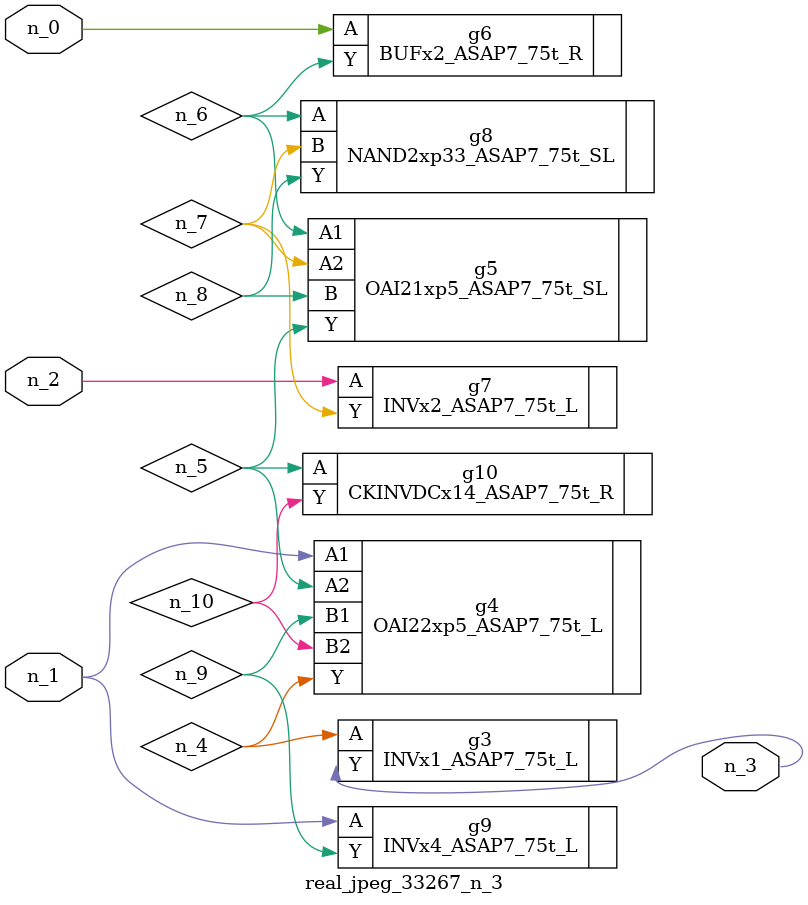
<source format=v>
module real_jpeg_33267_n_3 (n_1, n_0, n_2, n_3);

input n_1;
input n_0;
input n_2;

output n_3;

wire n_5;
wire n_4;
wire n_8;
wire n_6;
wire n_7;
wire n_10;
wire n_9;

BUFx2_ASAP7_75t_R g6 ( 
.A(n_0),
.Y(n_6)
);

OAI22xp5_ASAP7_75t_L g4 ( 
.A1(n_1),
.A2(n_5),
.B1(n_9),
.B2(n_10),
.Y(n_4)
);

INVx4_ASAP7_75t_L g9 ( 
.A(n_1),
.Y(n_9)
);

INVx2_ASAP7_75t_L g7 ( 
.A(n_2),
.Y(n_7)
);

INVx1_ASAP7_75t_L g3 ( 
.A(n_4),
.Y(n_3)
);

CKINVDCx14_ASAP7_75t_R g10 ( 
.A(n_5),
.Y(n_10)
);

OAI21xp5_ASAP7_75t_SL g5 ( 
.A1(n_6),
.A2(n_7),
.B(n_8),
.Y(n_5)
);

NAND2xp33_ASAP7_75t_SL g8 ( 
.A(n_6),
.B(n_7),
.Y(n_8)
);


endmodule
</source>
